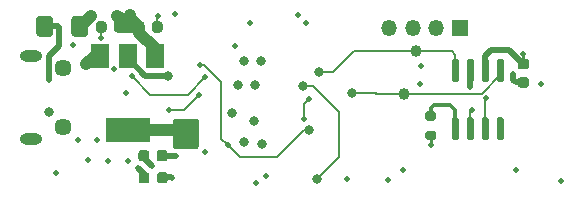
<source format=gbr>
%TF.GenerationSoftware,KiCad,Pcbnew,(5.1.8-0-10_14)*%
%TF.CreationDate,2021-04-16T18:19:52+02:00*%
%TF.ProjectId,SimpleCANAdapter,53696d70-6c65-4434-914e-416461707465,rev?*%
%TF.SameCoordinates,Original*%
%TF.FileFunction,Copper,L4,Bot*%
%TF.FilePolarity,Positive*%
%FSLAX46Y46*%
G04 Gerber Fmt 4.6, Leading zero omitted, Abs format (unit mm)*
G04 Created by KiCad (PCBNEW (5.1.8-0-10_14)) date 2021-04-16 18:19:52*
%MOMM*%
%LPD*%
G01*
G04 APERTURE LIST*
%TA.AperFunction,ComponentPad*%
%ADD10C,1.450000*%
%TD*%
%TA.AperFunction,ComponentPad*%
%ADD11O,1.900000X0.950000*%
%TD*%
%TA.AperFunction,SMDPad,CuDef*%
%ADD12R,1.500000X2.000000*%
%TD*%
%TA.AperFunction,SMDPad,CuDef*%
%ADD13R,3.800000X2.000000*%
%TD*%
%TA.AperFunction,ComponentPad*%
%ADD14R,1.350000X1.350000*%
%TD*%
%TA.AperFunction,ComponentPad*%
%ADD15O,1.350000X1.350000*%
%TD*%
%TA.AperFunction,SMDPad,CuDef*%
%ADD16C,1.000000*%
%TD*%
%TA.AperFunction,ViaPad*%
%ADD17C,0.500000*%
%TD*%
%TA.AperFunction,ViaPad*%
%ADD18C,0.800000*%
%TD*%
%TA.AperFunction,Conductor*%
%ADD19C,0.200000*%
%TD*%
%TA.AperFunction,Conductor*%
%ADD20C,0.250000*%
%TD*%
%TA.AperFunction,Conductor*%
%ADD21C,0.500000*%
%TD*%
%TA.AperFunction,Conductor*%
%ADD22C,1.000000*%
%TD*%
%TA.AperFunction,Conductor*%
%ADD23C,0.300000*%
%TD*%
%TA.AperFunction,Conductor*%
%ADD24C,0.254000*%
%TD*%
%TA.AperFunction,Conductor*%
%ADD25C,0.100000*%
%TD*%
G04 APERTURE END LIST*
D10*
%TO.P,J2,SH1*%
%TO.N,N/C*%
X71750000Y-86300000D03*
%TO.P,J2,SH2*%
X71750000Y-91300000D03*
D11*
%TO.P,J2,SH3*%
X69050000Y-85300000D03*
%TO.P,J2,SH8*%
X69050000Y-92300000D03*
%TD*%
D12*
%TO.P,U3,1*%
%TO.N,GNDREF*%
X74930000Y-85280000D03*
%TO.P,U3,3*%
%TO.N,+5V*%
X79530000Y-85280000D03*
%TO.P,U3,2*%
%TO.N,+3V3*%
X77230000Y-85280000D03*
D13*
X77230000Y-91580000D03*
%TD*%
%TO.P,F1,2*%
%TO.N,Net-(F1-Pad2)*%
%TA.AperFunction,SMDPad,CuDef*%
G36*
G01*
X70925000Y-82175000D02*
X70925000Y-83425000D01*
G75*
G02*
X70675000Y-83675000I-250000J0D01*
G01*
X69750000Y-83675000D01*
G75*
G02*
X69500000Y-83425000I0J250000D01*
G01*
X69500000Y-82175000D01*
G75*
G02*
X69750000Y-81925000I250000J0D01*
G01*
X70675000Y-81925000D01*
G75*
G02*
X70925000Y-82175000I0J-250000D01*
G01*
G37*
%TD.AperFunction*%
%TO.P,F1,1*%
%TO.N,+5V*%
%TA.AperFunction,SMDPad,CuDef*%
G36*
G01*
X73900000Y-82175000D02*
X73900000Y-83425000D01*
G75*
G02*
X73650000Y-83675000I-250000J0D01*
G01*
X72725000Y-83675000D01*
G75*
G02*
X72475000Y-83425000I0J250000D01*
G01*
X72475000Y-82175000D01*
G75*
G02*
X72725000Y-81925000I250000J0D01*
G01*
X73650000Y-81925000D01*
G75*
G02*
X73900000Y-82175000I0J-250000D01*
G01*
G37*
%TD.AperFunction*%
%TD*%
%TO.P,R1,1*%
%TO.N,Net-(R1-Pad1)*%
%TA.AperFunction,SMDPad,CuDef*%
G36*
G01*
X102625000Y-90000000D02*
X103175000Y-90000000D01*
G75*
G02*
X103375000Y-90200000I0J-200000D01*
G01*
X103375000Y-90600000D01*
G75*
G02*
X103175000Y-90800000I-200000J0D01*
G01*
X102625000Y-90800000D01*
G75*
G02*
X102425000Y-90600000I0J200000D01*
G01*
X102425000Y-90200000D01*
G75*
G02*
X102625000Y-90000000I200000J0D01*
G01*
G37*
%TD.AperFunction*%
%TO.P,R1,2*%
%TO.N,GNDREF*%
%TA.AperFunction,SMDPad,CuDef*%
G36*
G01*
X102625000Y-91650000D02*
X103175000Y-91650000D01*
G75*
G02*
X103375000Y-91850000I0J-200000D01*
G01*
X103375000Y-92250000D01*
G75*
G02*
X103175000Y-92450000I-200000J0D01*
G01*
X102625000Y-92450000D01*
G75*
G02*
X102425000Y-92250000I0J200000D01*
G01*
X102425000Y-91850000D01*
G75*
G02*
X102625000Y-91650000I200000J0D01*
G01*
G37*
%TD.AperFunction*%
%TD*%
%TO.P,U2,8*%
%TO.N,Net-(R1-Pad1)*%
%TA.AperFunction,SMDPad,CuDef*%
G36*
G01*
X104845000Y-90500000D02*
X105145000Y-90500000D01*
G75*
G02*
X105295000Y-90650000I0J-150000D01*
G01*
X105295000Y-92300000D01*
G75*
G02*
X105145000Y-92450000I-150000J0D01*
G01*
X104845000Y-92450000D01*
G75*
G02*
X104695000Y-92300000I0J150000D01*
G01*
X104695000Y-90650000D01*
G75*
G02*
X104845000Y-90500000I150000J0D01*
G01*
G37*
%TD.AperFunction*%
%TO.P,U2,7*%
%TO.N,CAN_H*%
%TA.AperFunction,SMDPad,CuDef*%
G36*
G01*
X106115000Y-90500000D02*
X106415000Y-90500000D01*
G75*
G02*
X106565000Y-90650000I0J-150000D01*
G01*
X106565000Y-92300000D01*
G75*
G02*
X106415000Y-92450000I-150000J0D01*
G01*
X106115000Y-92450000D01*
G75*
G02*
X105965000Y-92300000I0J150000D01*
G01*
X105965000Y-90650000D01*
G75*
G02*
X106115000Y-90500000I150000J0D01*
G01*
G37*
%TD.AperFunction*%
%TO.P,U2,6*%
%TO.N,CAN_L*%
%TA.AperFunction,SMDPad,CuDef*%
G36*
G01*
X107385000Y-90500000D02*
X107685000Y-90500000D01*
G75*
G02*
X107835000Y-90650000I0J-150000D01*
G01*
X107835000Y-92300000D01*
G75*
G02*
X107685000Y-92450000I-150000J0D01*
G01*
X107385000Y-92450000D01*
G75*
G02*
X107235000Y-92300000I0J150000D01*
G01*
X107235000Y-90650000D01*
G75*
G02*
X107385000Y-90500000I150000J0D01*
G01*
G37*
%TD.AperFunction*%
%TO.P,U2,5*%
%TO.N,N/C*%
%TA.AperFunction,SMDPad,CuDef*%
G36*
G01*
X108655000Y-90500000D02*
X108955000Y-90500000D01*
G75*
G02*
X109105000Y-90650000I0J-150000D01*
G01*
X109105000Y-92300000D01*
G75*
G02*
X108955000Y-92450000I-150000J0D01*
G01*
X108655000Y-92450000D01*
G75*
G02*
X108505000Y-92300000I0J150000D01*
G01*
X108505000Y-90650000D01*
G75*
G02*
X108655000Y-90500000I150000J0D01*
G01*
G37*
%TD.AperFunction*%
%TO.P,U2,4*%
%TO.N,CAN_RX*%
%TA.AperFunction,SMDPad,CuDef*%
G36*
G01*
X108655000Y-85550000D02*
X108955000Y-85550000D01*
G75*
G02*
X109105000Y-85700000I0J-150000D01*
G01*
X109105000Y-87350000D01*
G75*
G02*
X108955000Y-87500000I-150000J0D01*
G01*
X108655000Y-87500000D01*
G75*
G02*
X108505000Y-87350000I0J150000D01*
G01*
X108505000Y-85700000D01*
G75*
G02*
X108655000Y-85550000I150000J0D01*
G01*
G37*
%TD.AperFunction*%
%TO.P,U2,3*%
%TO.N,+3V3*%
%TA.AperFunction,SMDPad,CuDef*%
G36*
G01*
X107385000Y-85550000D02*
X107685000Y-85550000D01*
G75*
G02*
X107835000Y-85700000I0J-150000D01*
G01*
X107835000Y-87350000D01*
G75*
G02*
X107685000Y-87500000I-150000J0D01*
G01*
X107385000Y-87500000D01*
G75*
G02*
X107235000Y-87350000I0J150000D01*
G01*
X107235000Y-85700000D01*
G75*
G02*
X107385000Y-85550000I150000J0D01*
G01*
G37*
%TD.AperFunction*%
%TO.P,U2,2*%
%TO.N,GNDREF*%
%TA.AperFunction,SMDPad,CuDef*%
G36*
G01*
X106115000Y-85550000D02*
X106415000Y-85550000D01*
G75*
G02*
X106565000Y-85700000I0J-150000D01*
G01*
X106565000Y-87350000D01*
G75*
G02*
X106415000Y-87500000I-150000J0D01*
G01*
X106115000Y-87500000D01*
G75*
G02*
X105965000Y-87350000I0J150000D01*
G01*
X105965000Y-85700000D01*
G75*
G02*
X106115000Y-85550000I150000J0D01*
G01*
G37*
%TD.AperFunction*%
%TO.P,U2,1*%
%TO.N,CAN_TX*%
%TA.AperFunction,SMDPad,CuDef*%
G36*
G01*
X104845000Y-85550000D02*
X105145000Y-85550000D01*
G75*
G02*
X105295000Y-85700000I0J-150000D01*
G01*
X105295000Y-87350000D01*
G75*
G02*
X105145000Y-87500000I-150000J0D01*
G01*
X104845000Y-87500000D01*
G75*
G02*
X104695000Y-87350000I0J150000D01*
G01*
X104695000Y-85700000D01*
G75*
G02*
X104845000Y-85550000I150000J0D01*
G01*
G37*
%TD.AperFunction*%
%TD*%
%TO.P,C1,1*%
%TO.N,+3V3*%
%TA.AperFunction,SMDPad,CuDef*%
G36*
G01*
X110500000Y-85550000D02*
X111000000Y-85550000D01*
G75*
G02*
X111225000Y-85775000I0J-225000D01*
G01*
X111225000Y-86225000D01*
G75*
G02*
X111000000Y-86450000I-225000J0D01*
G01*
X110500000Y-86450000D01*
G75*
G02*
X110275000Y-86225000I0J225000D01*
G01*
X110275000Y-85775000D01*
G75*
G02*
X110500000Y-85550000I225000J0D01*
G01*
G37*
%TD.AperFunction*%
%TO.P,C1,2*%
%TO.N,GNDREF*%
%TA.AperFunction,SMDPad,CuDef*%
G36*
G01*
X110500000Y-87100000D02*
X111000000Y-87100000D01*
G75*
G02*
X111225000Y-87325000I0J-225000D01*
G01*
X111225000Y-87775000D01*
G75*
G02*
X111000000Y-88000000I-225000J0D01*
G01*
X110500000Y-88000000D01*
G75*
G02*
X110275000Y-87775000I0J225000D01*
G01*
X110275000Y-87325000D01*
G75*
G02*
X110500000Y-87100000I225000J0D01*
G01*
G37*
%TD.AperFunction*%
%TD*%
%TO.P,C4,1*%
%TO.N,+5V*%
%TA.AperFunction,SMDPad,CuDef*%
G36*
G01*
X77006000Y-82602000D02*
X77006000Y-83102000D01*
G75*
G02*
X76781000Y-83327000I-225000J0D01*
G01*
X76331000Y-83327000D01*
G75*
G02*
X76106000Y-83102000I0J225000D01*
G01*
X76106000Y-82602000D01*
G75*
G02*
X76331000Y-82377000I225000J0D01*
G01*
X76781000Y-82377000D01*
G75*
G02*
X77006000Y-82602000I0J-225000D01*
G01*
G37*
%TD.AperFunction*%
%TO.P,C4,2*%
%TO.N,GNDREF*%
%TA.AperFunction,SMDPad,CuDef*%
G36*
G01*
X75456000Y-82602000D02*
X75456000Y-83102000D01*
G75*
G02*
X75231000Y-83327000I-225000J0D01*
G01*
X74781000Y-83327000D01*
G75*
G02*
X74556000Y-83102000I0J225000D01*
G01*
X74556000Y-82602000D01*
G75*
G02*
X74781000Y-82377000I225000J0D01*
G01*
X75231000Y-82377000D01*
G75*
G02*
X75456000Y-82602000I0J-225000D01*
G01*
G37*
%TD.AperFunction*%
%TD*%
%TO.P,C5,1*%
%TO.N,+5V*%
%TA.AperFunction,SMDPad,CuDef*%
G36*
G01*
X77756000Y-83102000D02*
X77756000Y-82602000D01*
G75*
G02*
X77981000Y-82377000I225000J0D01*
G01*
X78431000Y-82377000D01*
G75*
G02*
X78656000Y-82602000I0J-225000D01*
G01*
X78656000Y-83102000D01*
G75*
G02*
X78431000Y-83327000I-225000J0D01*
G01*
X77981000Y-83327000D01*
G75*
G02*
X77756000Y-83102000I0J225000D01*
G01*
G37*
%TD.AperFunction*%
%TO.P,C5,2*%
%TO.N,GNDREF*%
%TA.AperFunction,SMDPad,CuDef*%
G36*
G01*
X79306000Y-83102000D02*
X79306000Y-82602000D01*
G75*
G02*
X79531000Y-82377000I225000J0D01*
G01*
X79981000Y-82377000D01*
G75*
G02*
X80206000Y-82602000I0J-225000D01*
G01*
X80206000Y-83102000D01*
G75*
G02*
X79981000Y-83327000I-225000J0D01*
G01*
X79531000Y-83327000D01*
G75*
G02*
X79306000Y-83102000I0J225000D01*
G01*
G37*
%TD.AperFunction*%
%TD*%
%TO.P,C9,2*%
%TO.N,GNDREF*%
%TA.AperFunction,SMDPad,CuDef*%
G36*
G01*
X79055000Y-93500000D02*
X79055000Y-94000000D01*
G75*
G02*
X78830000Y-94225000I-225000J0D01*
G01*
X78380000Y-94225000D01*
G75*
G02*
X78155000Y-94000000I0J225000D01*
G01*
X78155000Y-93500000D01*
G75*
G02*
X78380000Y-93275000I225000J0D01*
G01*
X78830000Y-93275000D01*
G75*
G02*
X79055000Y-93500000I0J-225000D01*
G01*
G37*
%TD.AperFunction*%
%TO.P,C9,1*%
%TO.N,+3V3*%
%TA.AperFunction,SMDPad,CuDef*%
G36*
G01*
X80605000Y-93500000D02*
X80605000Y-94000000D01*
G75*
G02*
X80380000Y-94225000I-225000J0D01*
G01*
X79930000Y-94225000D01*
G75*
G02*
X79705000Y-94000000I0J225000D01*
G01*
X79705000Y-93500000D01*
G75*
G02*
X79930000Y-93275000I225000J0D01*
G01*
X80380000Y-93275000D01*
G75*
G02*
X80605000Y-93500000I0J-225000D01*
G01*
G37*
%TD.AperFunction*%
%TD*%
%TO.P,C11,1*%
%TO.N,+3V3*%
%TA.AperFunction,SMDPad,CuDef*%
G36*
G01*
X80625000Y-95370001D02*
X80625000Y-95870001D01*
G75*
G02*
X80400000Y-96095001I-225000J0D01*
G01*
X79950000Y-96095001D01*
G75*
G02*
X79725000Y-95870001I0J225000D01*
G01*
X79725000Y-95370001D01*
G75*
G02*
X79950000Y-95145001I225000J0D01*
G01*
X80400000Y-95145001D01*
G75*
G02*
X80625000Y-95370001I0J-225000D01*
G01*
G37*
%TD.AperFunction*%
%TO.P,C11,2*%
%TO.N,GNDREF*%
%TA.AperFunction,SMDPad,CuDef*%
G36*
G01*
X79075000Y-95370001D02*
X79075000Y-95870001D01*
G75*
G02*
X78850000Y-96095001I-225000J0D01*
G01*
X78400000Y-96095001D01*
G75*
G02*
X78175000Y-95870001I0J225000D01*
G01*
X78175000Y-95370001D01*
G75*
G02*
X78400000Y-95145001I225000J0D01*
G01*
X78850000Y-95145001D01*
G75*
G02*
X79075000Y-95370001I0J-225000D01*
G01*
G37*
%TD.AperFunction*%
%TD*%
D14*
%TO.P,J3,1*%
%TO.N,+3V3*%
X105390000Y-82960000D03*
D15*
%TO.P,J3,2*%
%TO.N,SWDIO*%
X103390000Y-82960000D03*
%TO.P,J3,3*%
%TO.N,SWCLK*%
X101390000Y-82960000D03*
%TO.P,J3,4*%
%TO.N,GNDREF*%
X99390000Y-82960000D03*
%TD*%
D16*
%TO.P,TP6,1*%
%TO.N,CAN_RX*%
X100630000Y-88490000D03*
%TD*%
%TO.P,TP7,1*%
%TO.N,CAN_TX*%
X101690000Y-84920000D03*
%TD*%
D17*
%TO.N,GNDREF*%
X110150000Y-95000000D03*
X95840000Y-95760000D03*
X72600000Y-84400000D03*
X112240000Y-87640000D03*
X73080000Y-92450000D03*
X74680000Y-92390000D03*
X73740000Y-86020000D03*
X76080000Y-86440000D03*
X79780000Y-81890000D03*
X75010002Y-83760000D03*
X88960000Y-95430000D03*
X86350000Y-84500000D03*
X102900000Y-92820000D03*
X78110000Y-94750000D03*
X79250000Y-94570000D03*
X106270000Y-87929996D03*
X71170000Y-95250000D03*
X102030000Y-87710000D03*
X91650000Y-81860000D03*
X92335991Y-82535991D03*
X100560000Y-94970000D03*
D18*
X86570000Y-87800000D03*
X86090000Y-90110000D03*
X87960000Y-90820000D03*
D17*
X83814990Y-93445000D03*
D18*
X87990000Y-87800000D03*
D17*
X81290000Y-81770000D03*
X88133616Y-96050740D03*
X109850000Y-86800000D03*
D18*
X70560000Y-90040000D03*
%TO.N,+3V3*%
X82160000Y-92500000D03*
D17*
X87600000Y-82550000D03*
X113950000Y-95850000D03*
D18*
X82070000Y-91380000D03*
D17*
X110740000Y-85140000D03*
X99277993Y-95802007D03*
X81320000Y-93750000D03*
X80999992Y-95660008D03*
X102110000Y-86150000D03*
D18*
X87070000Y-85690000D03*
X88550000Y-85750000D03*
X87110000Y-92620000D03*
X88610000Y-92800000D03*
X80660000Y-87000000D03*
D17*
%TO.N,+5V*%
X73890000Y-94140000D03*
X75590000Y-94190000D03*
X77290000Y-94180000D03*
X74110000Y-81950000D03*
X76330000Y-81880000D03*
X77090000Y-88480000D03*
X77480000Y-81830000D03*
D18*
%TO.N,BLUE_LED*%
X93250000Y-95762000D03*
X92100000Y-87860000D03*
D17*
%TO.N,Net-(F1-Pad2)*%
X70570000Y-87320000D03*
%TO.N,CAN_H*%
X106420000Y-89860000D03*
%TO.N,CAN_L*%
X107620000Y-88904990D03*
D18*
%TO.N,CAN_TX*%
X93403692Y-86697842D03*
%TO.N,CAN_RX*%
X96270000Y-88430000D03*
D17*
%TO.N,USART_RX*%
X83360000Y-86080000D03*
D18*
X92599990Y-91594620D03*
D17*
X85730000Y-92810000D03*
%TO.N,Net-(U4-Pad3)*%
X83826063Y-87093939D03*
X77610000Y-87040000D03*
%TO.N,Net-(U4-Pad4)*%
X83250000Y-88640000D03*
X80780000Y-89840000D03*
%TO.N,PIN3*%
X92160000Y-90640000D03*
X92615000Y-88915000D03*
%TD*%
D19*
%TO.N,GNDREF*%
X106265000Y-86525000D02*
X106265000Y-85665000D01*
X78605000Y-93750000D02*
X78605000Y-93855000D01*
D20*
X78605000Y-93915000D02*
X79070000Y-94380000D01*
X79070000Y-94380000D02*
X79190000Y-94500000D01*
D21*
X78605000Y-93915000D02*
X79190000Y-94500000D01*
X78605000Y-93750000D02*
X78605000Y-93915000D01*
D19*
X79756000Y-82852000D02*
X79756000Y-81914000D01*
X79756000Y-81914000D02*
X79780000Y-81890000D01*
X75006000Y-82852000D02*
X75006000Y-83755998D01*
X75006000Y-83755998D02*
X75010002Y-83760000D01*
D20*
X102900000Y-92050000D02*
X102900000Y-92820000D01*
D21*
X78625000Y-95620001D02*
X78625000Y-95265000D01*
X78625000Y-95265000D02*
X78110000Y-94750000D01*
X79190000Y-94500000D02*
X79269998Y-94579998D01*
D20*
X79269998Y-94579998D02*
X79280000Y-94590000D01*
X79280000Y-94590000D02*
X79270000Y-94590000D01*
X79230000Y-94540000D02*
X79280000Y-94590000D01*
X79070000Y-94380000D02*
X79269998Y-94579998D01*
X79270000Y-94590000D02*
X79250000Y-94570000D01*
D21*
X106265000Y-87924996D02*
X106270000Y-87929996D01*
X106265000Y-86525000D02*
X106265000Y-87924996D01*
X109850000Y-87300000D02*
X109850000Y-86800000D01*
X110100000Y-87550000D02*
X109850000Y-87300000D01*
X110750000Y-87550000D02*
X110100000Y-87550000D01*
D22*
X74480000Y-85280000D02*
X73740000Y-86020000D01*
X74930000Y-85280000D02*
X74480000Y-85280000D01*
D19*
%TO.N,+3V3*%
X107535000Y-86525000D02*
X107535000Y-86795702D01*
D20*
X110750000Y-85150000D02*
X110740000Y-85140000D01*
X110750000Y-86000000D02*
X110750000Y-85150000D01*
D21*
X80125000Y-93750000D02*
X81320000Y-93750000D01*
X80330000Y-95550000D02*
X80889984Y-95550000D01*
X80889984Y-95550000D02*
X80999992Y-95660008D01*
D22*
X81240000Y-91580000D02*
X82160000Y-92500000D01*
X77230000Y-91580000D02*
X81240000Y-91580000D01*
D21*
X109570000Y-84820000D02*
X110750000Y-86000000D01*
X108030000Y-84820000D02*
X109570000Y-84820000D01*
X107535000Y-85315000D02*
X108030000Y-84820000D01*
X107535000Y-86525000D02*
X107535000Y-85315000D01*
X77230000Y-85481998D02*
X78748002Y-87000000D01*
X78748002Y-87000000D02*
X80660000Y-87000000D01*
D19*
%TO.N,+5V*%
X73187500Y-82800000D02*
X73300000Y-82800000D01*
X73187500Y-82800000D02*
X73187500Y-82762500D01*
X73187500Y-82800000D02*
X73187500Y-82442500D01*
X73187500Y-82800000D02*
X73187500Y-82282500D01*
D21*
X73187500Y-82282500D02*
X73467500Y-82282500D01*
D22*
X73187500Y-82800000D02*
X73187500Y-82562500D01*
X73260000Y-82800000D02*
X74110000Y-81950000D01*
X73187500Y-82800000D02*
X73260000Y-82800000D01*
X76556000Y-82106000D02*
X76330000Y-81880000D01*
X76556000Y-82852000D02*
X76556000Y-82106000D01*
X76556000Y-82852000D02*
X78206000Y-82852000D01*
X78206000Y-83327000D02*
X79530000Y-84651000D01*
X79530000Y-84651000D02*
X79530000Y-85280000D01*
X78206000Y-82852000D02*
X78206000Y-83327000D01*
X78206000Y-82852000D02*
X77480000Y-82126000D01*
X77480000Y-82126000D02*
X77480000Y-81830000D01*
D19*
%TO.N,BLUE_LED*%
X92895685Y-87860000D02*
X92100000Y-87860000D01*
X95120000Y-90084315D02*
X92895685Y-87860000D01*
X95120000Y-93892000D02*
X95120000Y-90084315D01*
X93250000Y-95762000D02*
X95120000Y-93892000D01*
%TO.N,Net-(F1-Pad2)*%
X71340000Y-82800000D02*
X71430000Y-82890000D01*
D21*
X70212500Y-82800000D02*
X71340000Y-82800000D01*
X71430000Y-84440000D02*
X70570000Y-85300000D01*
X70570000Y-85300000D02*
X70570000Y-87320000D01*
X71430000Y-82890000D02*
X71430000Y-84440000D01*
D19*
%TO.N,CAN_H*%
X106265000Y-91475000D02*
X106265000Y-90015000D01*
X106265000Y-90015000D02*
X106420000Y-89860000D01*
%TO.N,CAN_L*%
X107535000Y-91475000D02*
X107535000Y-90315000D01*
X107535000Y-88989990D02*
X107620000Y-88904990D01*
X107535000Y-91475000D02*
X107535000Y-88989990D01*
D23*
%TO.N,Net-(R1-Pad1)*%
X104950000Y-91430000D02*
X104950000Y-89910000D01*
X104995000Y-91475000D02*
X104950000Y-91430000D01*
X104530000Y-89480000D02*
X104920000Y-89870000D01*
X103170000Y-89480000D02*
X104530000Y-89480000D01*
X102900000Y-89750000D02*
X103170000Y-89480000D01*
X102900000Y-90400000D02*
X102900000Y-89750000D01*
D19*
%TO.N,CAN_TX*%
X94612158Y-86697842D02*
X93969377Y-86697842D01*
X104995000Y-86525000D02*
X104995000Y-85235000D01*
X96390000Y-84920000D02*
X94612158Y-86697842D01*
X93969377Y-86697842D02*
X93403692Y-86697842D01*
X104995000Y-85235000D02*
X104680000Y-84920000D01*
X104680000Y-84920000D02*
X96390000Y-84920000D01*
%TO.N,CAN_RX*%
X98390000Y-88500000D02*
X98230000Y-88500000D01*
X98370000Y-88480000D02*
X98390000Y-88500000D01*
X96320000Y-88480000D02*
X98370000Y-88480000D01*
X96270000Y-88430000D02*
X96320000Y-88480000D01*
X107209998Y-88490000D02*
X98400000Y-88490000D01*
X108805000Y-86894998D02*
X107209998Y-88490000D01*
X108805000Y-86525000D02*
X108805000Y-86894998D01*
X98400000Y-88490000D02*
X98390000Y-88500000D01*
%TO.N,USART_RX*%
X83360000Y-86080000D02*
X83713553Y-86080000D01*
X85153553Y-87520000D02*
X85170000Y-87520000D01*
X85081777Y-87448223D02*
X85153553Y-87520000D01*
X83713553Y-86080000D02*
X85081777Y-87448223D01*
X85632490Y-92800039D02*
X86712451Y-93880000D01*
X86712451Y-93880000D02*
X89900000Y-93880000D01*
X92185380Y-91594620D02*
X92599990Y-91594620D01*
X89900000Y-93880000D02*
X92185380Y-91594620D01*
X85170000Y-87536446D02*
X85170000Y-92337549D01*
X85170000Y-92337549D02*
X85632490Y-92800039D01*
X85081777Y-87448223D02*
X85170000Y-87536446D01*
%TO.N,Net-(U4-Pad3)*%
X79150000Y-88580000D02*
X77610000Y-87040000D01*
X82340002Y-88580000D02*
X79150000Y-88580000D01*
X83826063Y-87093939D02*
X82340002Y-88580000D01*
%TO.N,Net-(U4-Pad4)*%
X83250000Y-88640000D02*
X82050000Y-89840000D01*
X82050000Y-89840000D02*
X80780000Y-89840000D01*
%TO.N,PIN3*%
X92160000Y-89370000D02*
X92615000Y-88915000D01*
X92160000Y-90640000D02*
X92160000Y-89370000D01*
%TD*%
D24*
%TO.N,+3V3*%
X83102029Y-92919064D02*
X83030713Y-93025795D01*
X83023586Y-93043000D01*
X81195529Y-93043000D01*
X81168481Y-90721412D01*
X83093493Y-90712582D01*
X83102029Y-92919064D01*
%TA.AperFunction,Conductor*%
D25*
G36*
X83102029Y-92919064D02*
G01*
X83030713Y-93025795D01*
X83023586Y-93043000D01*
X81195529Y-93043000D01*
X81168481Y-90721412D01*
X83093493Y-90712582D01*
X83102029Y-92919064D01*
G37*
%TD.AperFunction*%
%TD*%
M02*

</source>
